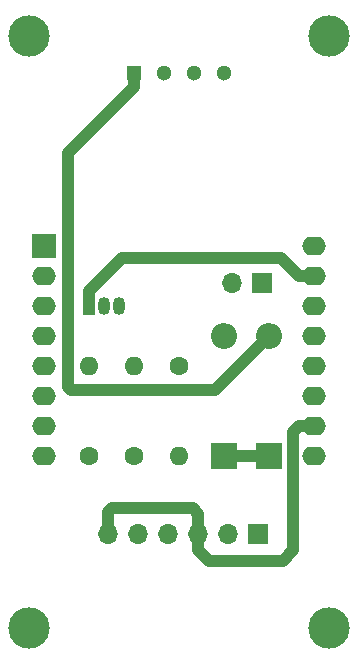
<source format=gbr>
%TF.GenerationSoftware,KiCad,Pcbnew,5.1.9-73d0e3b20d~88~ubuntu20.04.1*%
%TF.CreationDate,2021-02-01T09:35:04+01:00*%
%TF.ProjectId,WemosSlimmemeter,57656d6f-7353-46c6-996d-6d656d657465,V1.0.0.0*%
%TF.SameCoordinates,Original*%
%TF.FileFunction,Copper,L1,Top*%
%TF.FilePolarity,Positive*%
%FSLAX46Y46*%
G04 Gerber Fmt 4.6, Leading zero omitted, Abs format (unit mm)*
G04 Created by KiCad (PCBNEW 5.1.9-73d0e3b20d~88~ubuntu20.04.1) date 2021-02-01 09:35:04*
%MOMM*%
%LPD*%
G01*
G04 APERTURE LIST*
%TA.AperFunction,ComponentPad*%
%ADD10C,3.500000*%
%TD*%
%TA.AperFunction,ComponentPad*%
%ADD11R,1.300000X1.300000*%
%TD*%
%TA.AperFunction,ComponentPad*%
%ADD12C,1.300000*%
%TD*%
%TA.AperFunction,ComponentPad*%
%ADD13O,1.600000X1.600000*%
%TD*%
%TA.AperFunction,ComponentPad*%
%ADD14C,1.600000*%
%TD*%
%TA.AperFunction,ComponentPad*%
%ADD15O,2.200000X2.200000*%
%TD*%
%TA.AperFunction,ComponentPad*%
%ADD16R,2.200000X2.200000*%
%TD*%
%TA.AperFunction,ComponentPad*%
%ADD17O,1.700000X1.700000*%
%TD*%
%TA.AperFunction,ComponentPad*%
%ADD18R,1.700000X1.700000*%
%TD*%
%TA.AperFunction,ComponentPad*%
%ADD19O,2.000000X1.600000*%
%TD*%
%TA.AperFunction,ComponentPad*%
%ADD20R,2.000000X2.000000*%
%TD*%
%TA.AperFunction,ComponentPad*%
%ADD21R,1.050000X1.500000*%
%TD*%
%TA.AperFunction,ComponentPad*%
%ADD22O,1.050000X1.500000*%
%TD*%
%TA.AperFunction,Conductor*%
%ADD23C,0.500000*%
%TD*%
%TA.AperFunction,Conductor*%
%ADD24C,1.000000*%
%TD*%
G04 APERTURE END LIST*
D10*
%TO.P,REF\u002A\u002A,1*%
%TO.N,N/C*%
X74460500Y-101592500D03*
%TD*%
%TO.P,REF\u002A\u002A,1*%
%TO.N,N/C*%
X99860500Y-101592500D03*
%TD*%
%TO.P,REF\u002A\u002A,1*%
%TO.N,N/C*%
X99860500Y-51427500D03*
%TD*%
%TO.P,REF\u002A\u002A,1*%
%TO.N,N/C*%
X74460500Y-51427500D03*
%TD*%
D11*
%TO.P,J3,1*%
%TO.N,Net-(D1-Pad2)*%
X83350500Y-54602500D03*
D12*
%TO.P,J3,2*%
%TO.N,Net-(J3-Pad2)*%
X85850500Y-54602500D03*
%TO.P,J3,3*%
%TO.N,Net-(J3-Pad3)*%
X88430500Y-54602500D03*
%TO.P,J3,4*%
%TO.N,GND*%
X90970500Y-54602500D03*
%TD*%
D13*
%TO.P,R1,2*%
%TO.N,Net-(Q1-Pad1)*%
X79540500Y-79367500D03*
D14*
%TO.P,R1,1*%
%TO.N,Net-(R1-Pad1)*%
X79540500Y-86987500D03*
%TD*%
D15*
%TO.P,D2,2*%
%TO.N,Net-(D2-Pad2)*%
X90970500Y-76827500D03*
D16*
%TO.P,D2,1*%
%TO.N,+5V*%
X90970500Y-86987500D03*
%TD*%
D15*
%TO.P,D1,2*%
%TO.N,Net-(D1-Pad2)*%
X94780500Y-76827500D03*
D16*
%TO.P,D1,1*%
%TO.N,+5V*%
X94780500Y-86987500D03*
%TD*%
D17*
%TO.P,J2,2*%
%TO.N,GND*%
X91605500Y-72382500D03*
D18*
%TO.P,J2,1*%
%TO.N,Net-(J2-Pad1)*%
X94145500Y-72382500D03*
%TD*%
D19*
%TO.P,U1,16*%
%TO.N,Net-(U1-Pad16)*%
X98590500Y-69207500D03*
%TO.P,U1,15*%
%TO.N,Net-(Q1-Pad1)*%
X98590500Y-71747500D03*
%TO.P,U1,14*%
%TO.N,Net-(J2-Pad1)*%
X98590500Y-74287500D03*
%TO.P,U1,13*%
%TO.N,Net-(U1-Pad13)*%
X98590500Y-76827500D03*
%TO.P,U1,12*%
%TO.N,Net-(U1-Pad12)*%
X98590500Y-79367500D03*
%TO.P,U1,11*%
%TO.N,Net-(U1-Pad11)*%
X98590500Y-81907500D03*
%TO.P,U1,10*%
%TO.N,GND*%
X98590500Y-84447500D03*
%TO.P,U1,9*%
%TO.N,+5V*%
X98590500Y-86987500D03*
%TO.P,U1,8*%
%TO.N,Net-(R1-Pad1)*%
X75730500Y-86987500D03*
%TO.P,U1,7*%
%TO.N,Net-(U1-Pad7)*%
X75730500Y-84447500D03*
%TO.P,U1,6*%
%TO.N,Net-(U1-Pad6)*%
X75730500Y-81907500D03*
%TO.P,U1,5*%
%TO.N,Net-(U1-Pad5)*%
X75730500Y-79367500D03*
%TO.P,U1,4*%
%TO.N,Net-(U1-Pad4)*%
X75730500Y-76827500D03*
%TO.P,U1,3*%
%TO.N,Net-(U1-Pad3)*%
X75730500Y-74287500D03*
D20*
%TO.P,U1,1*%
%TO.N,Net-(U1-Pad1)*%
X75730500Y-69207500D03*
D19*
%TO.P,U1,2*%
%TO.N,Net-(U1-Pad2)*%
X75730500Y-71747500D03*
%TD*%
D13*
%TO.P,R3,2*%
%TO.N,Net-(J1-Pad5)*%
X87160500Y-86987500D03*
D14*
%TO.P,R3,1*%
%TO.N,+5V*%
X87160500Y-79367500D03*
%TD*%
D13*
%TO.P,R2,2*%
%TO.N,Net-(Q1-Pad2)*%
X83350500Y-79367500D03*
D14*
%TO.P,R2,1*%
%TO.N,Net-(J1-Pad5)*%
X83350500Y-86987500D03*
%TD*%
D21*
%TO.P,Q1,1*%
%TO.N,Net-(Q1-Pad1)*%
X79540500Y-74287500D03*
D22*
%TO.P,Q1,3*%
%TO.N,GND*%
X82080500Y-74287500D03*
%TO.P,Q1,2*%
%TO.N,Net-(Q1-Pad2)*%
X80810500Y-74287500D03*
%TD*%
D17*
%TO.P,J1,6*%
%TO.N,GND*%
X81153000Y-93599000D03*
%TO.P,J1,5*%
%TO.N,Net-(J1-Pad5)*%
X83693000Y-93599000D03*
%TO.P,J1,4*%
%TO.N,Net-(J1-Pad4)*%
X86233000Y-93599000D03*
%TO.P,J1,3*%
%TO.N,GND*%
X88773000Y-93599000D03*
%TO.P,J1,2*%
%TO.N,+5V*%
X91313000Y-93599000D03*
D18*
%TO.P,J1,1*%
%TO.N,Net-(D2-Pad2)*%
X93853000Y-93599000D03*
%TD*%
D23*
%TO.N,GND*%
X81153000Y-93599000D02*
X81153000Y-92995000D01*
X98590500Y-84447500D02*
X97955500Y-84447500D01*
D24*
X88773000Y-91902000D02*
X88773000Y-93599000D01*
X88303500Y-91432500D02*
X88773000Y-91902000D01*
X81445500Y-91432500D02*
X88303500Y-91432500D01*
X81153000Y-91725000D02*
X81445500Y-91432500D01*
X81153000Y-92995000D02*
X81153000Y-91725000D01*
X88773000Y-94950000D02*
X88773000Y-93599000D01*
X89700500Y-95877500D02*
X88773000Y-94950000D01*
X95923500Y-95877500D02*
X89700500Y-95877500D01*
X96812500Y-94988500D02*
X95923500Y-95877500D01*
X96812500Y-84955500D02*
X96812500Y-94988500D01*
X97320500Y-84447500D02*
X96812500Y-84955500D01*
X97955500Y-84447500D02*
X97320500Y-84447500D01*
%TO.N,+5V*%
X90970500Y-86987500D02*
X94780500Y-86987500D01*
%TO.N,Net-(Q1-Pad1)*%
X95796500Y-70223500D02*
X97320500Y-71747500D01*
X82354500Y-70223500D02*
X95796500Y-70223500D01*
X79540500Y-73037500D02*
X82354500Y-70223500D01*
X97320500Y-71747500D02*
X98590500Y-71747500D01*
X79540500Y-74287500D02*
X79540500Y-73037500D01*
%TO.N,Net-(D1-Pad2)*%
X90208500Y-81399500D02*
X94780500Y-76827500D01*
X78016500Y-81399500D02*
X90208500Y-81399500D01*
X77762500Y-81145500D02*
X78016500Y-81399500D01*
X77762500Y-61333500D02*
X77762500Y-81145500D01*
X83350500Y-55745500D02*
X77762500Y-61333500D01*
X83350500Y-54602500D02*
X83350500Y-55745500D01*
%TD*%
M02*

</source>
